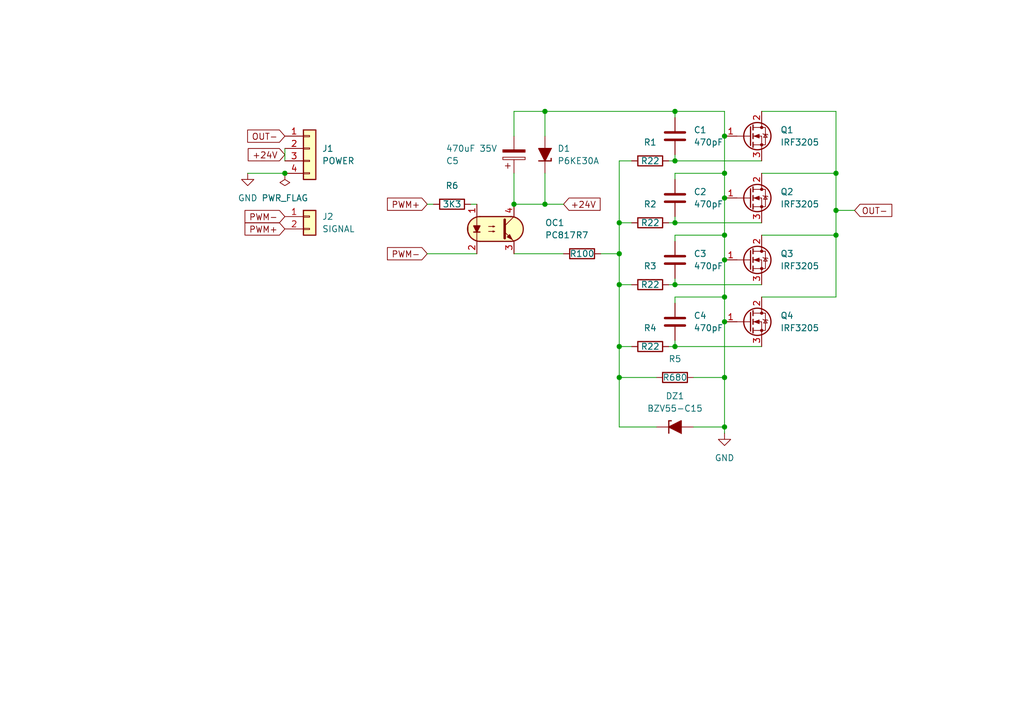
<source format=kicad_sch>
(kicad_sch (version 20250114) (generator "eeschema") (generator_version "9.0")
  (paper "A5")
  (title_block (title "PWM Repeater") (date "2025-04-30") (rev "0.4") (company "Hex of the River and the Sparks"))
  (lib_symbols
    (symbol "Connector_Generic:Conn_01x02" (pin_names (offset 1.016) (hide yes))
      (property "Reference" "J" (at 0 2.54 0))
      (property "Value" "Conn_01x02" (at 0 -5.08 0))
      (symbol "Conn_01x02_1_1"
        (rectangle (start -1.27 1.27) (end 1.27 -3.81) (stroke (width 0.254)) (fill (type background)))
        (rectangle (start -1.27 0.127) (end 0 -0.127) (stroke (width 0.1524)))
        (rectangle (start -1.27 -2.413) (end 0 -2.667) (stroke (width 0.1524)))
        (pin passive line (at -5.08 0 0) (length 3.81) (name "Pin_1") (number "1"))
        (pin passive line (at -5.08 -2.54 0) (length 3.81) (name "Pin_2") (number "2"))
      )
    )
    (symbol "Connector_Generic:Conn_01x04" (pin_names (offset 1.016) (hide yes))
      (property "Reference" "J" (at 0 5.08 0))
      (property "Value" "Conn_01x04" (at 0 -7.62 0))
      (symbol "Conn_01x04_1_1"
        (rectangle (start -1.27 3.81) (end 1.27 -6.35) (stroke (width 0.254)) (fill (type background)))
        (rectangle (start -1.27 2.667) (end 0 2.413) (stroke (width 0.1524)))
        (rectangle (start -1.27 0.127) (end 0 -0.127) (stroke (width 0.1524)))
        (rectangle (start -1.27 -2.413) (end 0 -2.667) (stroke (width 0.1524)))
        (rectangle (start -1.27 -4.953) (end 0 -5.207) (stroke (width 0.1524)))
        (pin passive line (at -5.08 2.54 0) (length 3.81) (name "Pin_1") (number "1"))
        (pin passive line (at -5.08 0 0) (length 3.81) (name "Pin_2") (number "2"))
        (pin passive line (at -5.08 -2.54 0) (length 3.81) (name "Pin_3") (number "3"))
        (pin passive line (at -5.08 -5.08 0) (length 3.81) (name "Pin_4") (number "4"))
      )
    )
    (symbol "PCM_Capacitor_AKL:CP_Radial_D10.0mm_P2.50mm" (pin_numbers (hide yes)) (pin_names (offset 0.254))
      (property "Reference" "C" (at 0.635 2.54 0))
      (property "Value" "CP_Radial_D10.0mm_P2.50mm" (at 0.635 -2.54 0))
      (symbol "CP_Radial_D10.0mm_P2.50mm_0_1"
        (rectangle (start -2.286 1.016) (end 2.286 0.508))
        (polyline (pts (xy -1.778 2.286) (xy -0.762 2.286)))
        (polyline (pts (xy -1.27 2.794) (xy -1.27 1.778)))
        (rectangle (start 2.286 -0.508) (end -2.286 -1.016) (fill (type outline)))
      )
      (symbol "CP_Radial_D10.0mm_P2.50mm_0_2"
        (polyline (pts (xy -2.54 -2.54) (xy -0.6604 -0.6604)))
        (polyline (pts (xy -1.8796 0.6096) (xy 0.6096 -1.8796) (xy 0.9652 -1.524) (xy -1.524 0.9652) (xy -1.8796 0.6096)) (fill (type outline)))
        (polyline (pts (xy -0.9652 1.524) (xy 1.524 -0.9652) (xy 1.8796 -0.6096) (xy -0.6096 1.8796) (xy -0.9652 1.524)))
        (polyline (pts (xy 0 2.032) (xy 1.016 2.032)))
        (polyline (pts (xy 0.508 2.54) (xy 0.508 1.524)))
        (polyline (pts (xy 0.6604 0.6604) (xy 2.54 2.54)))
      )
      (symbol "CP_Radial_D10.0mm_P2.50mm_1_1"
        (pin passive line (at 0 3.81 270) (length 2.794) (name "~") (number "1"))
        (pin passive line (at 0 -3.81 90) (length 2.794) (name "~") (number "2"))
      )
      (symbol "CP_Radial_D10.0mm_P2.50mm_1_2"
        (pin passive line (at -2.54 -2.54 90) (length 0) (name "~") (number "2"))
        (pin passive line (at 2.54 2.54 270) (length 0) (name "~") (number "1"))
      )
    )
    (symbol "PCM_Capacitor_AKL:C_Disc_D4.7mm_W2.5mm_P5.00mm" (pin_numbers (hide yes)) (pin_names (offset 0.254))
      (property "Reference" "C" (at 0.635 2.54 0))
      (property "Value" "C_Disc_D4.7mm_W2.5mm_P5.00mm" (at 0.635 -2.54 0))
      (symbol "C_Disc_D4.7mm_W2.5mm_P5.00mm_0_1"
        (polyline (pts (xy -2.032 0.762) (xy 2.032 0.762)) (stroke (width 0.508)))
        (polyline (pts (xy -2.032 -0.762) (xy 2.032 -0.762)) (stroke (width 0.508)))
      )
      (symbol "C_Disc_D4.7mm_W2.5mm_P5.00mm_0_2"
        (polyline (pts (xy -2.54 -2.54) (xy -0.381 -0.381)))
        (polyline (pts (xy -0.508 -0.508) (xy -1.651 0.635)) (stroke (width 0.508)))
        (polyline (pts (xy -0.508 -0.508) (xy 0.635 -1.651)) (stroke (width 0.508)))
        (polyline (pts (xy 0.381 0.381) (xy 2.54 2.54)))
        (polyline (pts (xy 0.508 0.508) (xy -0.635 1.651)) (stroke (width 0.508)))
        (polyline (pts (xy 0.508 0.508) (xy 1.651 -0.635)) (stroke (width 0.508)))
      )
      (symbol "C_Disc_D4.7mm_W2.5mm_P5.00mm_1_1"
        (pin passive line (at 0 3.81 270) (length 2.794) (name "~") (number "1"))
        (pin passive line (at 0 -3.81 90) (length 2.794) (name "~") (number "2"))
      )
      (symbol "C_Disc_D4.7mm_W2.5mm_P5.00mm_1_2"
        (pin passive line (at -2.54 -2.54 90) (length 0) (name "~") (number "2"))
        (pin passive line (at 2.54 2.54 270) (length 0) (name "~") (number "1"))
      )
    )
    (symbol "PCM_Diode_TVS_AKL:P6KE30A" (pin_numbers (hide yes)) (pin_names (offset 1.016) (hide yes))
      (property "Reference" "D" (at 0 5.08 0))
      (property "Value" "P6KE30A" (at 0 2.54 0))
      (symbol "P6KE30A_0_1"
        (polyline (pts (xy -1.27 1.27) (xy -1.27 -1.27) (xy 1.27 0) (xy -1.27 1.27)) (stroke (width 0.254)) (fill (type outline)))
        (polyline (pts (xy -1.27 0) (xy 1.27 0)))
        (polyline (pts (xy 1.27 1.27) (xy 0.762 1.27)) (stroke (width 0.254)))
        (polyline (pts (xy 1.27 -1.27) (xy 1.27 1.27)) (stroke (width 0.254)))
      )
      (symbol "P6KE30A_0_2"
        (polyline (pts (xy -2.54 -2.54) (xy 2.54 2.54)))
        (polyline (pts (xy -0.889 -0.889) (xy -1.778 0) (xy 0.889 0.889) (xy 0 -1.778) (xy -0.889 -0.889)) (stroke (width 0.254)) (fill (type outline)))
        (polyline (pts (xy 0 1.778) (xy -0.381 1.397)) (stroke (width 0.254)))
        (polyline (pts (xy 0 1.778) (xy 1.778 0)) (stroke (width 0.254)))
      )
      (symbol "P6KE30A_1_1"
        (pin passive line (at -3.81 0 0) (length 2.54) (name "A") (number "2"))
        (pin passive line (at 3.81 0 180) (length 2.54) (name "K") (number "1"))
      )
      (symbol "P6KE30A_1_2"
        (pin passive line (at -2.54 -2.54 0) (length 0) (name "A") (number "2"))
        (pin passive line (at 2.54 2.54 180) (length 0) (name "K") (number "1"))
      )
    )
    (symbol "PCM_Diode_Zener_AKL:BZV55-C15" (pin_numbers (hide yes)) (pin_names (offset 1.016) (hide yes))
      (property "Reference" "DZ" (at 0 5.08 0))
      (property "Value" "BZV55-C15" (at 0 2.54 0))
      (symbol "BZV55-C15_0_1"
        (polyline (pts (xy -1.27 0) (xy 1.27 0)))
        (polyline (pts (xy -1.27 -1.27) (xy -1.27 1.27) (xy 1.27 0) (xy -1.27 -1.27)) (stroke (width 0.254)) (fill (type outline)))
        (polyline (pts (xy 1.27 1.27) (xy 0.762 1.27)) (stroke (width 0.254)))
        (polyline (pts (xy 1.27 1.27) (xy 1.27 -1.27)) (stroke (width 0.254)))
      )
      (symbol "BZV55-C15_0_2"
        (polyline (pts (xy -2.54 -2.54) (xy 2.54 2.54)))
        (polyline (pts (xy -0.889 -0.889) (xy -1.778 0) (xy 0.889 0.889) (xy 0 -1.778) (xy -0.889 -0.889)) (stroke (width 0.254)) (fill (type outline)))
        (polyline (pts (xy 0 1.778) (xy -0.381 1.397)) (stroke (width 0.254)))
        (polyline (pts (xy 0 1.778) (xy 1.778 0)) (stroke (width 0.254)))
      )
      (symbol "BZV55-C15_1_1"
        (pin passive line (at -3.81 0 0) (length 2.54) (name "A") (number "2"))
        (pin passive line (at 3.81 0 180) (length 2.54) (name "K") (number "1"))
      )
      (symbol "BZV55-C15_1_2"
        (pin passive line (at -2.54 -2.54 0) (length 0) (name "A") (number "2"))
        (pin passive line (at 2.54 2.54 180) (length 0) (name "K") (number "1"))
      )
    )
    (symbol "PCM_Optocoupler_AKL:PC817" (pin_names (offset 1.016))
      (property "Reference" "OC" (at 6.35 1.27 0))
      (property "Value" "PC817" (at 6.35 -1.27 0))
      (symbol "PC817_0_1"
        (polyline (pts (xy -4.445 -0.635) (xy -3.175 -0.635)) (stroke (width 0.254)))
        (polyline (pts (xy -3.81 -0.635) (xy -4.445 0.635) (xy -3.175 0.635) (xy -3.81 -0.635)) (stroke (width 0.254)) (fill (type outline)))
        (polyline (pts (xy -3.81 -2.54) (xy -3.81 -1.27) (xy -3.81 2.54)) (stroke (width 0.1524)))
        (polyline (pts (xy -3.175 2.54) (xy 3.175 2.54)) (stroke (width 0.254)))
        (arc (start -3.1975 -2.54) (mid -5.7151 0) (end -3.1975 2.54) (stroke (width 0.254)))
        (polyline (pts (xy -2.54 2.54) (xy 3.429 2.54) (xy 4.318 2.286) (xy 4.699 2.032) (xy 5.08 1.651) (xy 5.461 1.016) (xy 5.715 0.381) (xy 5.715 -0.381) (xy 5.461 -1.143) (xy 4.826 -1.905) (xy 4.191 -2.286) (xy 3.302 -2.54) (xy -3.81 -2.54) (xy -3.81 -2.54) (xy -4.572 -2.032) (xy -5.08 -1.778) (xy -5.588 -0.508) (xy -5.588 0.254) (xy -5.588 1.016) (xy -5.08 1.778) (xy -4.318 2.286) (xy -3.556 2.54) (xy -2.54 2.54)) (stroke (width 0.01)) (fill (type background)))
        (polyline (pts (xy -1.397 0.508) (xy -0.127 0.508) (xy -0.508 0.381) (xy -0.508 0.635) (xy -0.127 0.508)))
        (polyline (pts (xy -1.397 -0.508) (xy -0.127 -0.508) (xy -0.508 -0.635) (xy -0.508 -0.381) (xy -0.127 -0.508)))
        (polyline (pts (xy 1.905 1.905) (xy 1.905 -1.905) (xy 1.905 -1.905)) (stroke (width 0.508)))
        (polyline (pts (xy 1.905 0.635) (xy 3.81 2.54)))
        (polyline (pts (xy 2.413 -1.651) (xy 2.921 -1.143) (xy 3.429 -2.159) (xy 2.413 -1.651) (xy 2.413 -1.651)) (fill (type outline)))
        (arc (start 3.1975 2.54) (mid 5.7151 0) (end 3.1975 -2.54) (stroke (width 0.254)))
        (polyline (pts (xy 3.175 -2.54) (xy -3.175 -2.54)) (stroke (width 0.254)))
        (polyline (pts (xy 3.81 -2.54) (xy 1.905 -0.635)) (fill (type outline)))
      )
      (symbol "PC817_1_1"
        (pin passive line (at -3.81 5.08 270) (length 2.54) (name "~") (number "1"))
        (pin passive line (at -3.81 -5.08 90) (length 2.54) (name "~") (number "2"))
        (pin passive line (at 3.81 5.08 270) (length 2.54) (name "~") (number "4"))
        (pin passive line (at 3.81 -5.08 90) (length 2.54) (name "~") (number "3"))
      )
    )
    (symbol "PCM_Resistor_AKL:R_1206" (pin_numbers (hide yes)) (pin_names (offset 0))
      (property "Reference" "R" (at 2.54 1.27 0))
      (property "Value" "R_1206" (at 2.54 -1.27 0))
      (symbol "R_1206_0_1"
        (rectangle (start -1.016 2.54) (end 1.016 -2.54) (stroke (width 0.254)))
      )
      (symbol "R_1206_0_2"
        (polyline (pts (xy -2.54 -2.54) (xy -1.524 -1.524)))
        (polyline (pts (xy 1.524 1.524) (xy 2.54 2.54)))
        (polyline (pts (xy 1.524 1.524) (xy 0.889 2.159) (xy -2.159 -0.889) (xy -0.889 -2.159) (xy 2.159 0.889) (xy 1.524 1.524)) (stroke (width 0.254)))
      )
      (symbol "R_1206_1_1"
        (pin passive line (at 0 3.81 270) (length 1.27) (name "~") (number "1"))
        (pin passive line (at 0 -3.81 90) (length 1.27) (name "~") (number "2"))
      )
      (symbol "R_1206_1_2"
        (pin passive line (at -2.54 -2.54 0) (length 0) (name "") (number "2"))
        (pin passive line (at 2.54 2.54 180) (length 0) (name "") (number "1"))
      )
    )
    (symbol "Transistor_FET:IRF3205" (pin_names (hide yes))
      (property "Reference" "Q" (at 5.08 1.905 0))
      (property "Value" "IRF3205" (at 5.08 0 0))
      (symbol "IRF3205_0_1"
        (polyline (pts (xy 0.254 1.905) (xy 0.254 -1.905)) (stroke (width 0.254)))
        (polyline (pts (xy 0.254 0) (xy -2.54 0)))
        (polyline (pts (xy 0.762 2.286) (xy 0.762 1.27)) (stroke (width 0.254)))
        (polyline (pts (xy 0.762 0.508) (xy 0.762 -0.508)) (stroke (width 0.254)))
        (polyline (pts (xy 0.762 -1.27) (xy 0.762 -2.286)) (stroke (width 0.254)))
        (polyline (pts (xy 0.762 -1.778) (xy 3.302 -1.778) (xy 3.302 1.778) (xy 0.762 1.778)))
        (polyline (pts (xy 1.016 0) (xy 2.032 0.381) (xy 2.032 -0.381) (xy 1.016 0)) (fill (type outline)))
        (circle (center 1.651 0) (radius 2.794) (stroke (width 0.254)))
        (polyline (pts (xy 2.54 2.54) (xy 2.54 1.778)))
        (circle (center 2.54 1.778) (radius 0.254) (fill (type outline)))
        (circle (center 2.54 -1.778) (radius 0.254) (fill (type outline)))
        (polyline (pts (xy 2.54 -2.54) (xy 2.54 0) (xy 0.762 0)))
        (polyline (pts (xy 2.794 0.508) (xy 2.921 0.381) (xy 3.683 0.381) (xy 3.81 0.254)))
        (polyline (pts (xy 3.302 0.381) (xy 2.921 -0.254) (xy 3.683 -0.254) (xy 3.302 0.381)))
      )
      (symbol "IRF3205_1_1"
        (pin input line (at -5.08 0 0) (length 2.54) (name "G") (number "1"))
        (pin passive line (at 2.54 5.08 270) (length 2.54) (name "D") (number "2"))
        (pin passive line (at 2.54 -5.08 90) (length 2.54) (name "S") (number "3"))
      )
    )
    (symbol "power:GND" (power) (pin_numbers (hide yes)) (pin_names (offset 0) (hide yes))
      (property "Value" "GND" (at 0 -3.81 0))
      (symbol "GND_0_1"
        (polyline (pts (xy 0 0) (xy 0 -1.27) (xy 1.27 -1.27) (xy 0 -2.54) (xy -1.27 -1.27) (xy 0 -1.27)))
      )
      (symbol "GND_1_1"
        (pin power_in line (at 0 0 270) (length 0) (name "~") (number "1"))
      )
    )
    (symbol "power:PWR_FLAG" (power) (pin_numbers (hide yes)) (pin_names (offset 0) (hide yes))
      (property "Value" "PWR_FLAG" (at 0 3.81 0))
      (symbol "PWR_FLAG_0_0"
        (pin power_out line (at 0 0 90) (length 0) (name "~") (number "1"))
      )
      (symbol "PWR_FLAG_0_1"
        (polyline (pts (xy 0 0) (xy 0 1.27) (xy -1.016 1.905) (xy 0 2.54) (xy 1.016 1.905) (xy 0 1.27)))
      )
    )
  )
  (junction (at 127 45.72))
  (junction (at 148.59 35.56))
  (junction (at 138.43 33.02))
  (junction (at 148.59 60.96))
  (junction (at 111.76 41.91))
  (junction (at 138.43 45.72))
  (junction (at 58.42 35.56))
  (junction (at 148.59 87.63))
  (junction (at 111.76 22.86))
  (junction (at 148.59 48.26))
  (junction (at 171.45 43.18))
  (junction (at 148.59 40.64))
  (junction (at 127 52.07))
  (junction (at 138.43 58.42))
  (junction (at 127 58.42))
  (junction (at 127 71.12))
  (junction (at 148.59 53.34))
  (junction (at 171.45 48.26))
  (junction (at 138.43 22.86))
  (junction (at 148.59 77.47))
  (junction (at 148.59 66.04))
  (junction (at 171.45 35.56))
  (junction (at 127 77.47))
  (junction (at 138.43 71.12))
  (junction (at 148.59 27.94))
  (junction (at 105.41 41.91))
  (wire (pts (xy 105.41 41.91) (xy 111.76 41.91)))
  (wire (pts (xy 127 77.47) (xy 134.62 77.47)))
  (wire (pts (xy 105.41 22.86) (xy 111.76 22.86)))
  (wire (pts (xy 58.42 30.48) (xy 58.42 33.02)))
  (wire (pts (xy 138.43 58.42) (xy 156.21 58.42)))
  (wire (pts (xy 142.24 77.47) (xy 148.59 77.47)))
  (wire (pts (xy 111.76 22.86) (xy 138.43 22.86)))
  (wire (pts (xy 127 45.72) (xy 129.54 45.72)))
  (wire (pts (xy 138.43 45.72) (xy 156.21 45.72)))
  (wire (pts (xy 156.21 22.86) (xy 171.45 22.86)))
  (wire (pts (xy 105.41 52.07) (xy 115.57 52.07)))
  (wire (pts (xy 148.59 48.26) (xy 148.59 53.34)))
  (wire (pts (xy 138.43 35.56) (xy 148.59 35.56)))
  (wire (pts (xy 137.16 33.02) (xy 138.43 33.02)))
  (wire (pts (xy 148.59 77.47) (xy 148.59 87.63)))
  (wire (pts (xy 142.24 87.63) (xy 148.59 87.63)))
  (wire (pts (xy 127 77.47) (xy 127 87.63)))
  (wire (pts (xy 138.43 57.15) (xy 138.43 58.42)))
  (wire (pts (xy 137.16 71.12) (xy 138.43 71.12)))
  (wire (pts (xy 138.43 22.86) (xy 138.43 24.13)))
  (wire (pts (xy 127 45.72) (xy 127 52.07)))
  (wire (pts (xy 123.19 52.07) (xy 127 52.07)))
  (wire (pts (xy 156.21 35.56) (xy 171.45 35.56)))
  (wire (pts (xy 50.8 35.56) (xy 58.42 35.56)))
  (wire (pts (xy 105.41 22.86) (xy 105.41 27.94)))
  (wire (pts (xy 148.59 40.64) (xy 148.59 48.26)))
  (wire (pts (xy 138.43 22.86) (xy 148.59 22.86)))
  (wire (pts (xy 138.43 44.45) (xy 138.43 45.72)))
  (wire (pts (xy 148.59 22.86) (xy 148.59 27.94)))
  (wire (pts (xy 137.16 58.42) (xy 138.43 58.42)))
  (wire (pts (xy 87.63 52.07) (xy 97.79 52.07)))
  (wire (pts (xy 138.43 48.26) (xy 148.59 48.26)))
  (wire (pts (xy 138.43 33.02) (xy 156.21 33.02)))
  (wire (pts (xy 127 71.12) (xy 127 77.47)))
  (wire (pts (xy 111.76 41.91) (xy 115.57 41.91)))
  (wire (pts (xy 138.43 31.75) (xy 138.43 33.02)))
  (wire (pts (xy 96.52 41.91) (xy 97.79 41.91)))
  (wire (pts (xy 137.16 45.72) (xy 138.43 45.72)))
  (wire (pts (xy 171.45 35.56) (xy 171.45 43.18)))
  (wire (pts (xy 171.45 43.18) (xy 175.26 43.18)))
  (wire (pts (xy 138.43 71.12) (xy 156.21 71.12)))
  (wire (pts (xy 105.41 35.56) (xy 105.41 41.91)))
  (wire (pts (xy 148.59 60.96) (xy 148.59 66.04)))
  (wire (pts (xy 111.76 35.56) (xy 111.76 41.91)))
  (wire (pts (xy 127 58.42) (xy 127 71.12)))
  (wire (pts (xy 171.45 48.26) (xy 156.21 48.26)))
  (wire (pts (xy 138.43 60.96) (xy 148.59 60.96)))
  (wire (pts (xy 127 71.12) (xy 129.54 71.12)))
  (wire (pts (xy 138.43 69.85) (xy 138.43 71.12)))
  (wire (pts (xy 127 33.02) (xy 127 45.72)))
  (wire (pts (xy 138.43 48.26) (xy 138.43 49.53)))
  (wire (pts (xy 127 52.07) (xy 127 58.42)))
  (wire (pts (xy 111.76 22.86) (xy 111.76 27.94)))
  (wire (pts (xy 148.59 66.04) (xy 148.59 77.47)))
  (wire (pts (xy 87.63 41.91) (xy 88.9 41.91)))
  (wire (pts (xy 171.45 43.18) (xy 171.45 48.26)))
  (wire (pts (xy 148.59 53.34) (xy 148.59 60.96)))
  (wire (pts (xy 148.59 27.94) (xy 148.59 35.56)))
  (wire (pts (xy 171.45 22.86) (xy 171.45 35.56)))
  (wire (pts (xy 171.45 48.26) (xy 171.45 60.96)))
  (wire (pts (xy 148.59 35.56) (xy 148.59 40.64)))
  (wire (pts (xy 148.59 87.63) (xy 148.59 88.9)))
  (wire (pts (xy 127 33.02) (xy 129.54 33.02)))
  (wire (pts (xy 127 87.63) (xy 134.62 87.63)))
  (wire (pts (xy 127 58.42) (xy 129.54 58.42)))
  (wire (pts (xy 156.21 60.96) (xy 171.45 60.96)))
  (wire (pts (xy 138.43 35.56) (xy 138.43 36.83)))
  (wire (pts (xy 138.43 60.96) (xy 138.43 62.23)))
  (global_label "PWM+" (shape input) (at 58.42 46.99 180) (property "Intersheetrefs" "${INTERSHEET_REFS}" (effects (hide yes))))
  (global_label "+24V" (shape input) (at 58.42 31.75 180) (property "Intersheetrefs" "${INTERSHEET_REFS}" (effects (hide yes))))
  (global_label "+24V" (shape input) (at 115.57 41.91 0) (property "Intersheetrefs" "${INTERSHEET_REFS}" (effects (hide yes))))
  (global_label "PWM+" (shape input) (at 87.63 41.91 180) (property "Intersheetrefs" "${INTERSHEET_REFS}" (effects (hide yes))))
  (global_label "PWM-" (shape input) (at 87.63 52.07 180) (property "Intersheetrefs" "${INTERSHEET_REFS}" (effects (hide yes))))
  (global_label "PWM-" (shape input) (at 58.42 44.45 180) (property "Intersheetrefs" "${INTERSHEET_REFS}" (effects (hide yes))))
  (global_label "OUT-" (shape input) (at 175.26 43.18 0) (property "Intersheetrefs" "${INTERSHEET_REFS}" (effects (hide yes))))
  (global_label "OUT-" (shape input) (at 58.42 27.94 180) (property "Intersheetrefs" "${INTERSHEET_REFS}" (effects (hide yes))))
  (symbol (lib_id "PCM_Resistor_AKL:R_1206") (at 133.35 58.42 270) (unit 1)
    (property "Reference" "R3" (at 133.35 54.61 90))
    (property "Value" "R22" (at 133.35 58.42 90))
    (property "Footprint" "PCM_Resistor_SMD_AKL:R_1206_3216Metric" (effects (hide yes)))
    (property "Description" "SMD 1206 Chip Resistor, European Symbol, Alternate KiCad Library" (effects (hide yes)))
    (property "Indicator" "+" (effects (hide yes)))
    (property "Rating" "W" (effects (hide yes)))
  )
  (symbol (lib_id "PCM_Resistor_AKL:R_1206") (at 133.35 33.02 270) (unit 1)
    (property "Reference" "R1" (at 133.35 29.21 90))
    (property "Value" "R22" (at 133.35 33.02 90))
    (property "Footprint" "PCM_Resistor_SMD_AKL:R_1206_3216Metric" (effects (hide yes)))
    (property "Description" "SMD 1206 Chip Resistor, European Symbol, Alternate KiCad Library" (effects (hide yes)))
    (property "Indicator" "+" (effects (hide yes)))
    (property "Rating" "W" (effects (hide yes)))
  )
  (symbol (lib_id "Transistor_FET:IRF3205") (at 153.67 27.94 0) (unit 1)
    (property "Reference" "Q1" (at 160.02 26.6699 0) (effects (justify left)))
    (property "Value" "IRF3205" (at 160.02 29.2099 0) (effects (justify left)))
    (property "Footprint" "Package_TO_SOT_THT:TO-220-3_Vertical" (effects (hide yes)))
    (property "Datasheet" "http://www.irf.com/product-info/datasheets/data/irf3205.pdf" (effects (hide yes)))
    (property "Description" "110A Id, 55V Vds, Single N-Channel HEXFET Power MOSFET, 8mOhm Ron, TO-220AB" (effects (hide yes)))
  )
  (symbol (lib_id "PCM_Resistor_AKL:R_1206") (at 138.43 77.47 270) (unit 1)
    (property "Reference" "R5" (at 138.43 73.66 90))
    (property "Value" "R680" (at 138.43 77.47 90))
    (property "Footprint" "PCM_Resistor_SMD_AKL:R_1206_3216Metric" (effects (hide yes)))
    (property "Description" "SMD 1206 Chip Resistor, European Symbol, Alternate KiCad Library" (effects (hide yes)))
    (property "Indicator" "+" (effects (hide yes)))
    (property "Rating" "W" (effects (hide yes)))
  )
  (symbol (lib_id "Transistor_FET:IRF3205") (at 153.67 66.04 0) (unit 1)
    (property "Reference" "Q4" (at 160.02 64.7699 0) (effects (justify left)))
    (property "Value" "IRF3205" (at 160.02 67.3099 0) (effects (justify left)))
    (property "Footprint" "Package_TO_SOT_THT:TO-220-3_Vertical" (effects (hide yes)))
    (property "Datasheet" "http://www.irf.com/product-info/datasheets/data/irf3205.pdf" (effects (hide yes)))
    (property "Description" "110A Id, 55V Vds, Single N-Channel HEXFET Power MOSFET, 8mOhm Ron, TO-220AB" (effects (hide yes)))
  )
  (symbol (lib_id "Transistor_FET:IRF3205") (at 153.67 53.34 0) (unit 1)
    (property "Reference" "Q3" (at 160.02 52.0699 0) (effects (justify left)))
    (property "Value" "IRF3205" (at 160.02 54.6099 0) (effects (justify left)))
    (property "Footprint" "Package_TO_SOT_THT:TO-220-3_Vertical" (effects (hide yes)))
    (property "Datasheet" "http://www.irf.com/product-info/datasheets/data/irf3205.pdf" (effects (hide yes)))
    (property "Description" "110A Id, 55V Vds, Single N-Channel HEXFET Power MOSFET, 8mOhm Ron, TO-220AB" (effects (hide yes)))
  )
  (symbol (lib_id "PCM_Capacitor_AKL:C_Disc_D4.7mm_W2.5mm_P5.00mm") (at 138.43 53.34 0) (unit 1)
    (property "Reference" "C3" (at 142.24 52.0699 0) (effects (justify left)))
    (property "Value" "470pF" (at 142.24 54.6099 0) (effects (justify left)))
    (property "Footprint" "PCM_Capacitor_THT_AKL:C_Disc_D4.7mm_W2.5mm_P5.00mm" (effects (hide yes)))
    (property "Description" "THT Ceramic Disc Capacitor, 4.7mm Diameter, 2.5mm Width, 5.00mm Pitch, Alternate KiCad Library" (effects (hide yes)))
  )
  (symbol (lib_id "PCM_Capacitor_AKL:CP_Radial_D10.0mm_P2.50mm") (at 105.41 31.75 0) (mirror x) (unit 1)
    (property "Reference" "C5" (at 91.44 33.02 0) (effects (justify left)))
    (property "Value" "470uF 35V" (at 91.44 30.48 0) (effects (justify left)))
    (property "Footprint" "PCM_Capacitor_THT_AKL:CP_Radial_D10.0mm_P2.50mm" (effects (hide yes)))
    (property "Description" "THT Electrolytic Capacitor, 10.0mm Diameter, 2.50mm Pitch, European Symbol, Alternate KiCad Library" (effects (hide yes)))
  )
  (symbol (lib_id "power:GND") (at 50.8 35.56 0) (unit 1)
    (property "Reference" "#PWR01" (effects (hide yes)))
    (property "Value" "GND" (at 50.8 40.64 0))
    (property "Description" "Power symbol creates a global label with name \"GND\" , ground" (effects (hide yes)))
  )
  (symbol (lib_id "PCM_Optocoupler_AKL:PC817") (at 101.6 46.99 0) (unit 1)
    (property "Reference" "OC1" (at 111.76 45.7199 0) (effects (justify left)))
    (property "Value" "PC817" (at 111.76 48.2599 0) (effects (justify left)))
    (property "Footprint" "PCM_Package_DIP_AKL:DIP-4_W7.62mm_LongPads" (effects (hide yes)))
    (property "Datasheet" "https://www.tme.eu/Document/7534c9f89aa4b1eba4ec90182e378328/PC817_2_3_47.pdf" (effects (hide yes)))
    (property "Description" "DIP-4 Optocoupler, Transistor output, 5kV, 4us, Alternate KiCAD Library" (effects (hide yes)))
  )
  (symbol (lib_id "PCM_Diode_Zener_AKL:BZV55-C15") (at 138.43 87.63 0) (mirror y) (unit 1)
    (property "Reference" "DZ1" (at 138.43 81.28 0))
    (property "Value" "BZV55-C15" (at 138.43 83.82 0))
    (property "Footprint" "PCM_Diode_SMD_AKL:D_MiniMELF" (effects (hide yes)))
    (property "Datasheet" "https://www.tme.eu/Document/bc6886edc1e245cfdbc6f511255b9d4e/BZV55_SER.pdf" (effects (hide yes)))
    (property "Description" "MiniMELF Zener diode, 15V, 400mW, Alternate KiCAD Library" (effects (hide yes)))
  )
  (symbol (lib_id "PCM_Resistor_AKL:R_1206") (at 92.71 41.91 270) (unit 1)
    (property "Reference" "R6" (at 92.71 38.1 90))
    (property "Value" "3K3" (at 92.71 41.91 90))
    (property "Footprint" "PCM_Resistor_SMD_AKL:R_1206_3216Metric" (effects (hide yes)))
    (property "Description" "SMD 1206 Chip Resistor, European Symbol, Alternate KiCad Library" (effects (hide yes)))
    (property "Indicator" "+" (effects (hide yes)))
    (property "Rating" "W" (effects (hide yes)))
  )
  (symbol (lib_id "Connector_Generic:Conn_01x04") (at 63.5 30.48 0) (unit 1)
    (property "Reference" "J1" (at 66.04 30.4799 0) (effects (justify left)))
    (property "Value" "POWER" (at 66.04 33.0199 0) (effects (justify left)))
    (property "Footprint" "TerminalBlock:TerminalBlock_Degson_DG65C-B-04P" (effects (hide yes)))
    (property "Description" "Generic connector, single row, 01x04, script generated (kicad-library-utils/schlib/autogen/connector/)" (effects (hide yes)))
  )
  (symbol (lib_id "PCM_Capacitor_AKL:C_Disc_D4.7mm_W2.5mm_P5.00mm") (at 138.43 66.04 0) (unit 1)
    (property "Reference" "C4" (at 142.24 64.7699 0) (effects (justify left)))
    (property "Value" "470pF" (at 142.24 67.3099 0) (effects (justify left)))
    (property "Footprint" "PCM_Capacitor_THT_AKL:C_Disc_D4.7mm_W2.5mm_P5.00mm" (effects (hide yes)))
    (property "Description" "THT Ceramic Disc Capacitor, 4.7mm Diameter, 2.5mm Width, 5.00mm Pitch, Alternate KiCad Library" (effects (hide yes)))
  )
  (symbol (lib_id "PCM_Diode_TVS_AKL:P6KE30A") (at 111.76 31.75 270) (unit 1)
    (property "Reference" "D1" (at 114.3 30.4799 90) (effects (justify left)))
    (property "Value" "P6KE30A" (at 114.3 33.0199 90) (effects (justify left)))
    (property "Footprint" "PCM_Diode_THT_AKL:D_DO-15_P10.16mm_Horizontal_Zener" (effects (hide yes)))
    (property "Datasheet" "https://www.tme.eu/Document/6b488a936123e1f9ccf03f4f9186b150/P6KE_ser.pdf" (effects (hide yes)))
    (property "Description" "DO-15 Unidirectional TVS diode, 30V, 600W, Alternate KiCAD Library" (effects (hide yes)))
  )
  (symbol (lib_id "PCM_Resistor_AKL:R_1206") (at 133.35 45.72 270) (unit 1)
    (property "Reference" "R2" (at 133.35 41.91 90))
    (property "Value" "R22" (at 133.35 45.72 90))
    (property "Footprint" "PCM_Resistor_SMD_AKL:R_1206_3216Metric" (effects (hide yes)))
    (property "Description" "SMD 1206 Chip Resistor, European Symbol, Alternate KiCad Library" (effects (hide yes)))
    (property "Indicator" "+" (effects (hide yes)))
    (property "Rating" "W" (effects (hide yes)))
  )
  (symbol (lib_id "power:PWR_FLAG") (at 58.42 35.56 0) (mirror x) (unit 1)
    (property "Reference" "#FLG01" (effects (hide yes)))
    (property "Value" "PWR_FLAG" (at 58.42 40.64 0))
    (property "Description" "Special symbol for telling ERC where power comes from" (effects (hide yes)))
  )
  (symbol (lib_id "power:GND") (at 148.59 88.9 0) (unit 1)
    (property "Reference" "#PWR02" (effects (hide yes)))
    (property "Value" "GND" (at 148.59 93.98 0))
    (property "Description" "Power symbol creates a global label with name \"GND\" , ground" (effects (hide yes)))
  )
  (symbol (lib_id "PCM_Resistor_AKL:R_1206") (at 119.38 52.07 270) (unit 1)
    (property "Reference" "R7" (at 119.38 48.26 90))
    (property "Value" "R100" (at 119.38 52.07 90))
    (property "Footprint" "PCM_Resistor_SMD_AKL:R_1206_3216Metric" (effects (hide yes)))
    (property "Description" "SMD 1206 Chip Resistor, European Symbol, Alternate KiCad Library" (effects (hide yes)))
    (property "Indicator" "+" (effects (hide yes)))
    (property "Rating" "W" (effects (hide yes)))
  )
  (symbol (lib_id "PCM_Capacitor_AKL:C_Disc_D4.7mm_W2.5mm_P5.00mm") (at 138.43 40.64 0) (unit 1)
    (property "Reference" "C2" (at 142.24 39.3699 0) (effects (justify left)))
    (property "Value" "470pF" (at 142.24 41.9099 0) (effects (justify left)))
    (property "Footprint" "PCM_Capacitor_THT_AKL:C_Disc_D4.7mm_W2.5mm_P5.00mm" (effects (hide yes)))
    (property "Description" "THT Ceramic Disc Capacitor, 4.7mm Diameter, 2.5mm Width, 5.00mm Pitch, Alternate KiCad Library" (effects (hide yes)))
  )
  (symbol (lib_id "Transistor_FET:IRF3205") (at 153.67 40.64 0) (unit 1)
    (property "Reference" "Q2" (at 160.02 39.3699 0) (effects (justify left)))
    (property "Value" "IRF3205" (at 160.02 41.9099 0) (effects (justify left)))
    (property "Footprint" "Package_TO_SOT_THT:TO-220-3_Vertical" (effects (hide yes)))
    (property "Datasheet" "http://www.irf.com/product-info/datasheets/data/irf3205.pdf" (effects (hide yes)))
    (property "Description" "110A Id, 55V Vds, Single N-Channel HEXFET Power MOSFET, 8mOhm Ron, TO-220AB" (effects (hide yes)))
  )
  (symbol (lib_id "Connector_Generic:Conn_01x02") (at 63.5 44.45 0) (unit 1)
    (property "Reference" "J2" (at 66.04 44.4499 0) (effects (justify left)))
    (property "Value" "SIGNAL" (at 66.04 46.9899 0) (effects (justify left)))
    (property "Footprint" "TerminalBlock_Phoenix:TerminalBlock_Phoenix_MKDS-1,5-2-5.08_1x02_P5.08mm_Horizontal" (effects (hide yes)))
    (property "Description" "Generic connector, single row, 01x02, script generated (kicad-library-utils/schlib/autogen/connector/)" (effects (hide yes)))
  )
  (symbol (lib_id "PCM_Capacitor_AKL:C_Disc_D4.7mm_W2.5mm_P5.00mm") (at 138.43 27.94 0) (unit 1)
    (property "Reference" "C1" (at 142.24 26.6699 0) (effects (justify left)))
    (property "Value" "470pF" (at 142.24 29.2099 0) (effects (justify left)))
    (property "Footprint" "PCM_Capacitor_THT_AKL:C_Disc_D4.7mm_W2.5mm_P5.00mm" (effects (hide yes)))
    (property "Description" "THT Ceramic Disc Capacitor, 4.7mm Diameter, 2.5mm Width, 5.00mm Pitch, Alternate KiCad Library" (effects (hide yes)))
  )
  (symbol (lib_id "PCM_Resistor_AKL:R_1206") (at 133.35 71.12 270) (unit 1)
    (property "Reference" "R4" (at 133.35 67.31 90))
    (property "Value" "R22" (at 133.35 71.12 90))
    (property "Footprint" "PCM_Resistor_SMD_AKL:R_1206_3216Metric" (effects (hide yes)))
    (property "Description" "SMD 1206 Chip Resistor, European Symbol, Alternate KiCad Library" (effects (hide yes)))
    (property "Indicator" "+" (effects (hide yes)))
    (property "Rating" "W" (effects (hide yes)))
  )
)
</source>
